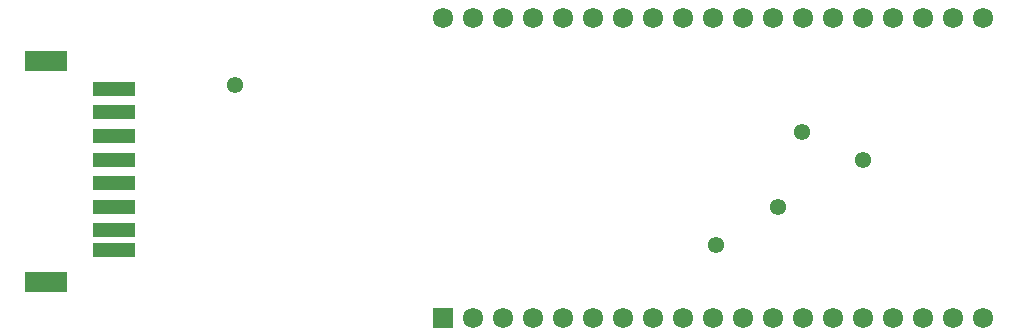
<source format=gbr>
G04 DesignSpark PCB Gerber Version 10.0 Build 5299*
G04 #@! TF.Part,Single*
G04 #@! TF.FileFunction,Soldermask,Top*
G04 #@! TF.FilePolarity,Negative*
%FSLAX35Y35*%
%MOIN*%
G04 #@! TA.AperFunction,WasherPad*
%ADD24R,0.06772X0.06772*%
%ADD22R,0.14430X0.04530*%
G04 #@! TA.AperFunction,ViaPad*
%ADD20C,0.05430*%
G04 #@! TA.AperFunction,WasherPad*
%ADD21R,0.14430X0.06930*%
%ADD23C,0.06772*%
G04 #@! TD.AperFunction*
X0Y0D02*
D02*
D20*
X97100Y85055D03*
X257337Y31492D03*
X278203Y44307D03*
X286077Y69307D03*
X306549Y60055D03*
D02*
D21*
X34108Y19307D03*
Y92929D03*
D02*
D22*
X56746Y29937D03*
Y36433D03*
Y44307D03*
Y52181D03*
Y60055D03*
Y67929D03*
Y75803D03*
Y83677D03*
D02*
D23*
X166549Y107299D03*
X176549Y7299D03*
Y107299D03*
X186549Y7299D03*
Y107299D03*
X196549Y7299D03*
Y107299D03*
X206549Y7299D03*
Y107299D03*
X216549Y7299D03*
Y107299D03*
X226549Y7299D03*
Y107299D03*
X236549Y7299D03*
Y107299D03*
X246549Y7299D03*
Y107299D03*
X256549Y7299D03*
Y107299D03*
X266549Y7299D03*
Y107299D03*
X276549Y7299D03*
Y107299D03*
X286549Y7299D03*
Y107299D03*
X296549Y7299D03*
Y107299D03*
X306549Y7299D03*
Y107299D03*
X316549Y7299D03*
Y107299D03*
X326549Y7299D03*
Y107299D03*
X336549Y7299D03*
Y107299D03*
X346549Y7299D03*
Y107299D03*
D02*
D24*
X166549Y7299D03*
X0Y0D02*
M02*

</source>
